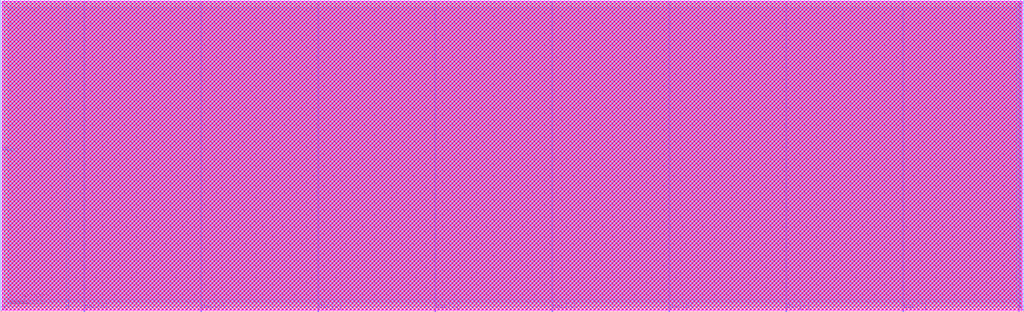
<source format=lef>
VERSION 5.8 ;
BUSBITCHARS "[]" ;
DIVIDERCHAR "/" ;

PROPERTYDEFINITIONS
  MACRO CatenaDesignType STRING ;
END PROPERTYDEFINITIONS

MACRO COMP_R2RV2_BIAS
  CLASS RING ;
  ORIGIN 0 0 ;
  FOREIGN COMP_R2RV2_BIAS 0 0 ;
  SIZE 37.66 BY 30.18 ;
  SYMMETRY X Y R90 ;
  PIN GND
    DIRECTION INOUT ;
    USE GROUND ;
    SHAPE RING ;
    PORT
      LAYER ME4 ;
        RECT 2.9 25.87 34.76 28.18 ;
        RECT 32.76 2 34.76 28.18 ;
        RECT 2.9 2 34.76 4.31 ;
        RECT 22.72 25.06 23.37 28.18 ;
        RECT 7.41 25.1 7.79 28.18 ;
        RECT 2.9 9.83 5.67 10.81 ;
        RECT 2.9 2 4.9 28.18 ;
    END
  END GND
  PIN VDD
    DIRECTION INOUT ;
    USE POWER ;
    SHAPE RING ;
    PORT
      LAYER ME3 ;
        RECT 0.9 28.18 36.76 30.18 ;
        RECT 34.76 0 36.76 30.18 ;
        RECT 31.1 24.06 36.76 24.44 ;
        RECT 0.9 0 36.76 2 ;
        RECT 31.42 0 31.92 5.33 ;
        RECT 0.9 5.13 7.29 5.63 ;
        RECT 0.9 19.12 5.58 20.12 ;
        RECT 0.9 0 2.9 30.18 ;
    END
  END VDD
  PIN VREF
    DIRECTION INPUT ;
    USE SIGNAL ;
    PORT
      LAYER ME2 ;
        RECT 0 12.8 0.59 13.39 ;
    END
  END VREF
  PIN VOUT
    DIRECTION OUTPUT ;
    USE SIGNAL ;
    PORT
      LAYER ME2 ;
        RECT 37.16 14.22 37.66 14.72 ;
    END
  END VOUT
  PIN VIN2
    DIRECTION INPUT ;
    USE SIGNAL ;
    PORT
      LAYER ME2 ;
        RECT 0 13.89 0.55 14.44 ;
    END
  END VIN2
  PIN VIN1
    DIRECTION INPUT ;
    USE SIGNAL ;
    PORT
      LAYER ME2 ;
        RECT 0 14.74 0.55 15.29 ;
    END
  END VIN1
  OBS
    LAYER ME1 ;
      RECT 30.83 14.22 37.66 14.72 ;
    LAYER ME1 SPACING 0.09 ;
      RECT 1 1 36.66 29.18 ;
      RECT 1 14.22 37.66 14.72 ;
      RECT 0 12.86 0.5 13.36 ;
      RECT 0 13.91 0.5 14.41 ;
      RECT 0 14.76 0.5 15.26 ;
    LAYER VI1 SPACING 0.1 ;
      RECT 37.48 14.32 37.58 14.42 ;
      RECT 37.48 14.52 37.58 14.62 ;
      RECT 37.24 14.32 37.34 14.42 ;
      RECT 37.24 14.52 37.34 14.62 ;
      RECT 1 1 36.66 29.18 ;
      RECT 0.32 12.96 0.42 13.06 ;
      RECT 0.32 13.16 0.42 13.26 ;
      RECT 0.32 14.01 0.42 14.11 ;
      RECT 0.32 14.21 0.42 14.31 ;
      RECT 0.32 14.86 0.42 14.96 ;
      RECT 0.32 15.06 0.42 15.16 ;
      RECT 0.08 12.96 0.18 13.06 ;
      RECT 0.08 13.16 0.18 13.26 ;
      RECT 0.08 14.01 0.18 14.11 ;
      RECT 0.08 14.21 0.18 14.31 ;
      RECT 0.08 14.86 0.18 14.96 ;
      RECT 0.08 15.06 0.18 15.16 ;
    LAYER ME2 ;
      RECT 0.85 13.89 5.79 14.44 ;
      RECT 0.85 14.74 5.79 15.29 ;
      RECT 0.89 12.8 0.9 13.39 ;
    LAYER ME2 SPACING 0.1 ;
      RECT 1 1 36.66 29.18 ;
      RECT 0.73 14.74 36.66 15.29 ;
      RECT 0.73 13.89 36.66 14.44 ;
      RECT 0.77 12.8 0.9 13.39 ;
    LAYER VI2 SPACING 0.1 ;
      RECT 37.48 14.32 37.58 14.42 ;
      RECT 37.48 14.52 37.58 14.62 ;
      RECT 37.24 14.32 37.34 14.42 ;
      RECT 37.24 14.52 37.34 14.62 ;
      RECT 1 1 36.66 29.18 ;
      RECT 0.32 12.96 0.42 13.06 ;
      RECT 0.32 13.16 0.42 13.26 ;
      RECT 0.32 14.01 0.42 14.11 ;
      RECT 0.32 14.21 0.42 14.31 ;
      RECT 0.32 14.86 0.42 14.96 ;
      RECT 0.32 15.06 0.42 15.16 ;
      RECT 0.08 12.96 0.18 13.06 ;
      RECT 0.08 13.16 0.18 13.26 ;
      RECT 0.08 14.01 0.18 14.11 ;
      RECT 0.08 14.21 0.18 14.31 ;
      RECT 0.08 14.86 0.18 14.96 ;
      RECT 0.08 15.06 0.18 15.16 ;
    LAYER ME3 SPACING 0.1 ;
      RECT 3.08 24.62 34.58 28 ;
      RECT 3.08 20.3 30.92 28 ;
      RECT 32.1 2.18 34.58 23.88 ;
      RECT 5.76 5.81 34.58 23.88 ;
      RECT 7.47 5.51 34.58 23.88 ;
      RECT 3.08 5.81 34.58 18.94 ;
      RECT 7.47 2.18 31.24 23.88 ;
      RECT 3.08 2.18 31.24 4.95 ;
      RECT 37.16 14.22 37.66 14.72 ;
      RECT 0 12.86 0.5 13.36 ;
      RECT 0 13.91 0.5 14.41 ;
      RECT 0 14.76 0.5 15.26 ;
    LAYER VI3 SPACING 0.1 ;
      RECT 37.48 14.32 37.58 14.42 ;
      RECT 37.48 14.52 37.58 14.62 ;
      RECT 37.24 14.32 37.34 14.42 ;
      RECT 37.24 14.52 37.34 14.62 ;
      RECT 1 1 36.66 29.18 ;
      RECT 0.32 12.96 0.42 13.06 ;
      RECT 0.32 13.16 0.42 13.26 ;
      RECT 0.32 14.01 0.42 14.11 ;
      RECT 0.32 14.21 0.42 14.31 ;
      RECT 0.32 14.86 0.42 14.96 ;
      RECT 0.32 15.06 0.42 15.16 ;
      RECT 0.08 12.96 0.18 13.06 ;
      RECT 0.08 13.16 0.18 13.26 ;
      RECT 0.08 14.01 0.18 14.11 ;
      RECT 0.08 14.21 0.18 14.31 ;
      RECT 0.08 14.86 0.18 14.96 ;
      RECT 0.08 15.06 0.18 15.16 ;
    LAYER ME4 SPACING 0.1 ;
      RECT 23.55 24.62 32.58 25.69 ;
      RECT 7.97 4.49 22.54 25.69 ;
      RECT 5.08 20.3 7.23 25.69 ;
      RECT 5.08 20.3 22.54 24.92 ;
      RECT 7.47 4.49 30.92 24.88 ;
      RECT 32.1 4.49 32.58 23.88 ;
      RECT 5.76 10.99 32.58 23.88 ;
      RECT 7.47 5.51 32.58 23.88 ;
      RECT 5.08 10.99 32.58 18.94 ;
      RECT 5.85 5.81 32.58 23.88 ;
      RECT 5.08 5.81 32.58 9.65 ;
      RECT 7.47 4.49 31.24 23.88 ;
      RECT 5.08 4.49 31.24 4.95 ;
      RECT 37.16 14.22 37.66 14.72 ;
      RECT 0 12.86 0.5 13.36 ;
      RECT 0 13.91 0.5 14.41 ;
      RECT 0 14.76 0.5 15.26 ;
  END
  PROPERTY CatenaDesignType "deviceLevel" ;
END COMP_R2RV2_BIAS

MACRO DACR2R_8BITV1_PWRRING
  CLASS RING ;
  ORIGIN 0 0 ;
  FOREIGN DACR2R_8BITV1_PWRRING 0 0 ;
  SIZE 601.85 BY 183.81 ;
  SYMMETRY X Y R90 ;
  PIN dac[0]
    DIRECTION INPUT ;
    USE SIGNAL ;
    PORT
      LAYER ME2 ;
        RECT 48.8 0 49.4 0.6 ;
    END
  END dac[0]
  PIN dac[1]
    DIRECTION INPUT ;
    USE SIGNAL ;
    PORT
      LAYER ME2 ;
        RECT 117.6 0 118.2 0.6 ;
    END
  END dac[1]
  PIN dac[2]
    DIRECTION INPUT ;
    USE SIGNAL ;
    PORT
      LAYER ME2 ;
        RECT 186.5 0 187.1 0.6 ;
    END
  END dac[2]
  PIN dac[3]
    DIRECTION INPUT ;
    USE SIGNAL ;
    PORT
      LAYER ME2 ;
        RECT 255.4 0 256 0.6 ;
    END
  END dac[3]
  PIN dac[4]
    DIRECTION INPUT ;
    USE SIGNAL ;
    PORT
      LAYER ME2 ;
        RECT 324.1 0 324.7 0.6 ;
    END
  END dac[4]
  PIN dac[5]
    DIRECTION INPUT ;
    USE SIGNAL ;
    PORT
      LAYER ME2 ;
        RECT 393 0 393.6 0.6 ;
    END
  END dac[5]
  PIN dac[6]
    DIRECTION INPUT ;
    USE SIGNAL ;
    PORT
      LAYER ME2 ;
        RECT 461.7 0 462.3 0.6 ;
    END
  END dac[6]
  PIN dac[7]
    DIRECTION INPUT ;
    USE SIGNAL ;
    PORT
      LAYER ME2 ;
        RECT 530.6 0 531.2 0.6 ;
    END
  END dac[7]
  PIN dacout
    DIRECTION OUTPUT ;
    USE SIGNAL ;
    PORT
      LAYER ME2 ;
        RECT 598.66 0 599.16 0.5 ;
    END
  END dacout
  PIN VDD
    DIRECTION INOUT ;
    USE POWER ;
    SHAPE RING ;
    PORT
      LAYER ME3 ;
        RECT 0 181.81 601.85 183.81 ;
        RECT 599.85 0.9 601.85 183.81 ;
        RECT 0 0.9 601.85 2.9 ;
        RECT 38.6 0.9 39.71 6.9 ;
        RECT 0 0.9 2 183.81 ;
    END
  END VDD
  PIN GND
    DIRECTION INOUT ;
    USE GROUND ;
    SHAPE RING ;
    PORT
      LAYER ME4 ;
        RECT 2 179.5 599.85 181.81 ;
        RECT 597.85 2.9 599.85 181.81 ;
        RECT 2 2.9 599.85 5.21 ;
        RECT 2 2.9 4 181.81 ;
    END
  END GND
  OBS
    LAYER ME1 SPACING 0.09 ;
      RECT 1 1 600.85 182.81 ;
      RECT 598.66 0 599.16 0.5 ;
      RECT 530.61 0 531.11 0.5 ;
      RECT 461.78 0 462.28 0.5 ;
      RECT 393.05 0 393.55 0.5 ;
      RECT 324.12 0 324.62 0.5 ;
      RECT 255.49 0 255.99 0.5 ;
      RECT 186.56 0 187.06 0.5 ;
      RECT 117.63 0 118.13 0.5 ;
      RECT 48.84 0 49.34 0.5 ;
    LAYER VI1 SPACING 0.1 ;
      RECT 1 1 600.85 182.81 ;
      RECT 598.98 0.1 599.08 0.2 ;
      RECT 598.98 0.3 599.08 0.4 ;
      RECT 598.74 0.1 598.84 0.2 ;
      RECT 598.74 0.3 598.84 0.4 ;
      RECT 530.93 0.1 531.03 0.2 ;
      RECT 530.93 0.3 531.03 0.4 ;
      RECT 530.69 0.1 530.79 0.2 ;
      RECT 530.69 0.3 530.79 0.4 ;
      RECT 462.1 0.1 462.2 0.2 ;
      RECT 462.1 0.3 462.2 0.4 ;
      RECT 461.86 0.1 461.96 0.2 ;
      RECT 461.86 0.3 461.96 0.4 ;
      RECT 393.37 0.1 393.47 0.2 ;
      RECT 393.37 0.3 393.47 0.4 ;
      RECT 393.13 0.1 393.23 0.2 ;
      RECT 393.13 0.3 393.23 0.4 ;
      RECT 324.44 0.1 324.54 0.2 ;
      RECT 324.44 0.3 324.54 0.4 ;
      RECT 324.2 0.1 324.3 0.2 ;
      RECT 324.2 0.3 324.3 0.4 ;
      RECT 255.81 0.1 255.91 0.2 ;
      RECT 255.81 0.3 255.91 0.4 ;
      RECT 255.57 0.1 255.67 0.2 ;
      RECT 255.57 0.3 255.67 0.4 ;
      RECT 186.88 0.1 186.98 0.2 ;
      RECT 186.88 0.3 186.98 0.4 ;
      RECT 186.64 0.1 186.74 0.2 ;
      RECT 186.64 0.3 186.74 0.4 ;
      RECT 117.95 0.1 118.05 0.2 ;
      RECT 117.95 0.3 118.05 0.4 ;
      RECT 117.71 0.1 117.81 0.2 ;
      RECT 117.71 0.3 117.81 0.4 ;
      RECT 49.16 0.1 49.26 0.2 ;
      RECT 49.16 0.3 49.26 0.4 ;
      RECT 48.92 0.1 49.02 0.2 ;
      RECT 48.92 0.3 49.02 0.4 ;
    LAYER ME2 ;
      RECT 598.69 0.8 599.14 11.53 ;
      RECT 530.6 0.9 531.2 5.1 ;
      RECT 461.7 0.9 462.3 5.1 ;
      RECT 393 0.9 393.6 5.1 ;
      RECT 324.1 0.9 324.7 5.1 ;
      RECT 255.4 0.9 256 5.1 ;
      RECT 186.5 0.9 187.1 5.1 ;
      RECT 117.6 0.9 118.2 5.1 ;
      RECT 48.8 0.9 49.4 5.1 ;
    LAYER ME2 SPACING 0.1 ;
      RECT 1 1 600.85 182.81 ;
      RECT 598.69 0.68 599.14 182.81 ;
      RECT 530.6 0.78 531.2 182.81 ;
      RECT 461.7 0.78 462.3 182.81 ;
      RECT 393 0.78 393.6 182.81 ;
      RECT 324.1 0.78 324.7 182.81 ;
      RECT 255.4 0.78 256 182.81 ;
      RECT 186.5 0.78 187.1 182.81 ;
      RECT 117.6 0.78 118.2 182.81 ;
      RECT 48.8 0.78 49.4 182.81 ;
    LAYER VI2 SPACING 0.1 ;
      RECT 1 1 600.85 182.81 ;
      RECT 598.98 0.1 599.08 0.2 ;
      RECT 598.98 0.3 599.08 0.4 ;
      RECT 598.74 0.1 598.84 0.2 ;
      RECT 598.74 0.3 598.84 0.4 ;
      RECT 530.93 0.1 531.03 0.2 ;
      RECT 530.93 0.3 531.03 0.4 ;
      RECT 530.69 0.1 530.79 0.2 ;
      RECT 530.69 0.3 530.79 0.4 ;
      RECT 462.1 0.1 462.2 0.2 ;
      RECT 462.1 0.3 462.2 0.4 ;
      RECT 461.86 0.1 461.96 0.2 ;
      RECT 461.86 0.3 461.96 0.4 ;
      RECT 393.37 0.1 393.47 0.2 ;
      RECT 393.37 0.3 393.47 0.4 ;
      RECT 393.13 0.1 393.23 0.2 ;
      RECT 393.13 0.3 393.23 0.4 ;
      RECT 324.44 0.1 324.54 0.2 ;
      RECT 324.44 0.3 324.54 0.4 ;
      RECT 324.2 0.1 324.3 0.2 ;
      RECT 324.2 0.3 324.3 0.4 ;
      RECT 255.81 0.1 255.91 0.2 ;
      RECT 255.81 0.3 255.91 0.4 ;
      RECT 255.57 0.1 255.67 0.2 ;
      RECT 255.57 0.3 255.67 0.4 ;
      RECT 186.88 0.1 186.98 0.2 ;
      RECT 186.88 0.3 186.98 0.4 ;
      RECT 186.64 0.1 186.74 0.2 ;
      RECT 186.64 0.3 186.74 0.4 ;
      RECT 117.95 0.1 118.05 0.2 ;
      RECT 117.95 0.3 118.05 0.4 ;
      RECT 117.71 0.1 117.81 0.2 ;
      RECT 117.71 0.3 117.81 0.4 ;
      RECT 49.16 0.1 49.26 0.2 ;
      RECT 49.16 0.3 49.26 0.4 ;
      RECT 48.92 0.1 49.02 0.2 ;
      RECT 48.92 0.3 49.02 0.4 ;
    LAYER ME3 SPACING 0.1 ;
      RECT 2.18 7.08 599.67 181.63 ;
      RECT 39.89 3.08 599.67 181.63 ;
      RECT 2.18 3.08 38.42 181.63 ;
      RECT 598.66 0 599.16 0.5 ;
      RECT 530.61 0 531.11 0.5 ;
      RECT 461.78 0 462.28 0.5 ;
      RECT 393.05 0 393.55 0.5 ;
      RECT 324.12 0 324.62 0.5 ;
      RECT 255.49 0 255.99 0.5 ;
      RECT 186.56 0 187.06 0.5 ;
      RECT 117.63 0 118.13 0.5 ;
      RECT 48.84 0 49.34 0.5 ;
    LAYER VI3 SPACING 0.1 ;
      RECT 1 1 600.85 182.81 ;
      RECT 598.98 0.1 599.08 0.2 ;
      RECT 598.98 0.3 599.08 0.4 ;
      RECT 598.74 0.1 598.84 0.2 ;
      RECT 598.74 0.3 598.84 0.4 ;
      RECT 530.93 0.1 531.03 0.2 ;
      RECT 530.93 0.3 531.03 0.4 ;
      RECT 530.69 0.1 530.79 0.2 ;
      RECT 530.69 0.3 530.79 0.4 ;
      RECT 462.1 0.1 462.2 0.2 ;
      RECT 462.1 0.3 462.2 0.4 ;
      RECT 461.86 0.1 461.96 0.2 ;
      RECT 461.86 0.3 461.96 0.4 ;
      RECT 393.37 0.1 393.47 0.2 ;
      RECT 393.37 0.3 393.47 0.4 ;
      RECT 393.13 0.1 393.23 0.2 ;
      RECT 393.13 0.3 393.23 0.4 ;
      RECT 324.44 0.1 324.54 0.2 ;
      RECT 324.44 0.3 324.54 0.4 ;
      RECT 324.2 0.1 324.3 0.2 ;
      RECT 324.2 0.3 324.3 0.4 ;
      RECT 255.81 0.1 255.91 0.2 ;
      RECT 255.81 0.3 255.91 0.4 ;
      RECT 255.57 0.1 255.67 0.2 ;
      RECT 255.57 0.3 255.67 0.4 ;
      RECT 186.88 0.1 186.98 0.2 ;
      RECT 186.88 0.3 186.98 0.4 ;
      RECT 186.64 0.1 186.74 0.2 ;
      RECT 186.64 0.3 186.74 0.4 ;
      RECT 117.95 0.1 118.05 0.2 ;
      RECT 117.95 0.3 118.05 0.4 ;
      RECT 117.71 0.1 117.81 0.2 ;
      RECT 117.71 0.3 117.81 0.4 ;
      RECT 49.16 0.1 49.26 0.2 ;
      RECT 49.16 0.3 49.26 0.4 ;
      RECT 48.92 0.1 49.02 0.2 ;
      RECT 48.92 0.3 49.02 0.4 ;
    LAYER ME4 SPACING 0.1 ;
      RECT 4.18 7.08 597.67 179.32 ;
      RECT 39.89 5.39 597.67 179.32 ;
      RECT 4.18 5.39 38.42 179.32 ;
      RECT 598.66 0 599.16 0.5 ;
      RECT 530.61 0 531.11 0.5 ;
      RECT 461.78 0 462.28 0.5 ;
      RECT 393.05 0 393.55 0.5 ;
      RECT 324.12 0 324.62 0.5 ;
      RECT 255.49 0 255.99 0.5 ;
      RECT 186.56 0 187.06 0.5 ;
      RECT 117.63 0 118.13 0.5 ;
      RECT 48.84 0 49.34 0.5 ;
  END
  PROPERTY CatenaDesignType "chipAssembly" ;
END DACR2R_8BITV1_PWRRING

MACRO OSC_RINGTOPV1_NOVAR
  CLASS RING ;
  ORIGIN 0 0 ;
  FOREIGN OSC_RINGTOPV1_NOVAR 0 0 ;
  SIZE 102 BY 39.9 ;
  SYMMETRY X Y R90 ;
  PIN GND
    DIRECTION INOUT ;
    USE GROUND ;
    SHAPE RING ;
    PORT
      LAYER ME4 ;
        RECT 2 35.59 100 37.9 ;
        RECT 98 2.9 100 37.9 ;
        RECT 2 2.9 100 5.21 ;
        RECT 2 2.9 4 37.9 ;
    END
  END GND
  PIN VDD
    DIRECTION INOUT ;
    USE POWER ;
    SHAPE RING ;
    PORT
      LAYER ME3 ;
        RECT 0 37.9 102 39.9 ;
        RECT 100 0.65 102 39.9 ;
        RECT 0.01 0.65 102 2.65 ;
        RECT 0 0.9 2 39.9 ;
    END
  END VDD
  PIN EN
    DIRECTION INPUT ;
    USE SIGNAL ;
    PORT
      LAYER ME2 ;
        RECT 82.04 0 82.54 0.5 ;
    END
  END EN
  PIN CKOUT
    DIRECTION OUTPUT ;
    USE SIGNAL ;
    PORT
      LAYER ME1 ;
        RECT 91.66 0 92.16 0.5 ;
    END
  END CKOUT
  OBS
    LAYER ME1 ;
      RECT 91.8 0.8 92.01 9.31 ;
      RECT 80.78 18.94 81.28 39.9 ;
      RECT 62.52 33.65 63.79 39.89 ;
      RECT 58.46 31.98 59.05 39.9 ;
      RECT 0 5.61 4.73 5.88 ;
      RECT 0 10.34 4.73 10.61 ;
    LAYER ME1 SPACING 0.09 ;
      RECT 80.78 1 81.28 39.9 ;
      RECT 58.46 1 59.05 39.9 ;
      RECT 62.52 1 63.79 39.89 ;
      RECT 1 1 101 38.9 ;
      RECT 0 10.34 101 10.61 ;
      RECT 0 5.61 101 5.88 ;
      RECT 91.8 0.67 92.01 38.9 ;
      RECT 82.04 0 82.54 0.5 ;
    LAYER VI1 SPACING 0.1 ;
      RECT 81.1 1 81.2 39.05 ;
      RECT 80.86 1 80.96 39.05 ;
      RECT 58.915 1 59.015 38.95 ;
      RECT 58.705 1 58.805 38.95 ;
      RECT 58.495 1 58.595 38.95 ;
      RECT 63.63 1 63.73 38.945 ;
      RECT 63.42 1 63.52 38.945 ;
      RECT 63.21 1 63.31 38.945 ;
      RECT 63 1 63.1 38.945 ;
      RECT 62.79 1 62.89 38.945 ;
      RECT 62.58 1 62.68 38.945 ;
      RECT 1 1 101 38.9 ;
      RECT 0.85 10.42 101 10.52 ;
      RECT 0.85 5.69 101 5.79 ;
      RECT 91.98 0.1 92.08 0.2 ;
      RECT 91.98 0.3 92.08 0.4 ;
      RECT 91.74 0.1 91.84 0.2 ;
      RECT 91.74 0.3 91.84 0.4 ;
      RECT 82.36 0.1 82.46 0.2 ;
      RECT 82.36 0.3 82.46 0.4 ;
      RECT 82.12 0.1 82.22 0.2 ;
      RECT 82.12 0.3 82.22 0.4 ;
      RECT 81.1 39.15 81.2 39.25 ;
      RECT 81.1 39.35 81.2 39.45 ;
      RECT 81.1 39.55 81.2 39.65 ;
      RECT 81.1 39.75 81.2 39.85 ;
      RECT 80.86 39.15 80.96 39.25 ;
      RECT 80.86 39.35 80.96 39.45 ;
      RECT 80.86 39.55 80.96 39.65 ;
      RECT 80.86 39.75 80.96 39.85 ;
      RECT 63.63 39.055 63.73 39.155 ;
      RECT 63.63 39.265 63.73 39.365 ;
      RECT 63.63 39.475 63.73 39.575 ;
      RECT 63.63 39.685 63.73 39.785 ;
      RECT 63.42 39.055 63.52 39.155 ;
      RECT 63.42 39.265 63.52 39.365 ;
      RECT 63.42 39.475 63.52 39.575 ;
      RECT 63.42 39.685 63.52 39.785 ;
      RECT 63.21 39.055 63.31 39.155 ;
      RECT 63.21 39.265 63.31 39.365 ;
      RECT 63.21 39.475 63.31 39.575 ;
      RECT 63.21 39.685 63.31 39.785 ;
      RECT 63 39.055 63.1 39.155 ;
      RECT 63 39.265 63.1 39.365 ;
      RECT 63 39.475 63.1 39.575 ;
      RECT 63 39.685 63.1 39.785 ;
      RECT 62.79 39.055 62.89 39.155 ;
      RECT 62.79 39.265 62.89 39.365 ;
      RECT 62.79 39.475 62.89 39.575 ;
      RECT 62.79 39.685 62.89 39.785 ;
      RECT 62.58 39.055 62.68 39.155 ;
      RECT 62.58 39.265 62.68 39.365 ;
      RECT 62.58 39.475 62.68 39.575 ;
      RECT 62.58 39.685 62.68 39.785 ;
      RECT 58.915 39.06 59.015 39.16 ;
      RECT 58.915 39.27 59.015 39.37 ;
      RECT 58.915 39.48 59.015 39.58 ;
      RECT 58.915 39.69 59.015 39.79 ;
      RECT 58.705 39.06 58.805 39.16 ;
      RECT 58.705 39.27 58.805 39.37 ;
      RECT 58.705 39.48 58.805 39.58 ;
      RECT 58.705 39.69 58.805 39.79 ;
      RECT 58.495 39.06 58.595 39.16 ;
      RECT 58.495 39.27 58.595 39.37 ;
      RECT 58.495 39.48 58.595 39.58 ;
      RECT 58.495 39.69 58.595 39.79 ;
    LAYER ME2 ;
      RECT 89.37 33.76 90.37 39.9 ;
      RECT 82.2 0.8 82.4 6.92 ;
      RECT 80.78 37.9 81.28 39.9 ;
      RECT 62.52 37.9 63.79 39.89 ;
      RECT 58.46 37.9 59.05 39.9 ;
      RECT 0.82 5.66 1.18 5.82 ;
      RECT 0.82 10.39 1.18 10.55 ;
    LAYER ME2 SPACING 0.1 ;
      RECT 89.37 1 90.37 39.9 ;
      RECT 80.78 1 81.28 39.9 ;
      RECT 58.46 1 59.05 39.9 ;
      RECT 62.52 1 63.79 39.89 ;
      RECT 1 1 101 38.9 ;
      RECT 0.82 10.39 101 10.55 ;
      RECT 0.82 5.66 101 5.82 ;
      RECT 82.2 0.68 82.4 38.9 ;
      RECT 91.66 0 92.16 0.5 ;
    LAYER VI2 SPACING 0.1 ;
      RECT 81.1 1 81.2 39.05 ;
      RECT 80.86 1 80.96 39.05 ;
      RECT 90.24 1 90.34 38.95 ;
      RECT 90.03 1 90.13 38.95 ;
      RECT 89.82 1 89.92 38.95 ;
      RECT 89.61 1 89.71 38.95 ;
      RECT 89.4 1 89.5 38.95 ;
      RECT 58.915 1 59.015 38.95 ;
      RECT 58.705 1 58.805 38.95 ;
      RECT 58.495 1 58.595 38.95 ;
      RECT 63.63 1 63.73 38.945 ;
      RECT 63.42 1 63.52 38.945 ;
      RECT 63.21 1 63.31 38.945 ;
      RECT 63 1 63.1 38.945 ;
      RECT 62.79 1 62.89 38.945 ;
      RECT 62.58 1 62.68 38.945 ;
      RECT 1 1 101 38.9 ;
      RECT 0.85 10.42 101 10.52 ;
      RECT 0.85 5.69 101 5.79 ;
      RECT 91.98 0.1 92.08 0.2 ;
      RECT 91.98 0.3 92.08 0.4 ;
      RECT 91.74 0.1 91.84 0.2 ;
      RECT 91.74 0.3 91.84 0.4 ;
      RECT 90.24 39.06 90.34 39.16 ;
      RECT 90.24 39.27 90.34 39.37 ;
      RECT 90.24 39.48 90.34 39.58 ;
      RECT 90.24 39.69 90.34 39.79 ;
      RECT 90.03 39.06 90.13 39.16 ;
      RECT 90.03 39.27 90.13 39.37 ;
      RECT 90.03 39.48 90.13 39.58 ;
      RECT 90.03 39.69 90.13 39.79 ;
      RECT 89.82 39.06 89.92 39.16 ;
      RECT 89.82 39.27 89.92 39.37 ;
      RECT 89.82 39.48 89.92 39.58 ;
      RECT 89.82 39.69 89.92 39.79 ;
      RECT 89.61 39.06 89.71 39.16 ;
      RECT 89.61 39.27 89.71 39.37 ;
      RECT 89.61 39.48 89.71 39.58 ;
      RECT 89.61 39.69 89.71 39.79 ;
      RECT 89.4 39.06 89.5 39.16 ;
      RECT 89.4 39.27 89.5 39.37 ;
      RECT 89.4 39.48 89.5 39.58 ;
      RECT 89.4 39.69 89.5 39.79 ;
      RECT 82.36 0.1 82.46 0.2 ;
      RECT 82.36 0.3 82.46 0.4 ;
      RECT 82.12 0.1 82.22 0.2 ;
      RECT 82.12 0.3 82.22 0.4 ;
      RECT 81.1 39.15 81.2 39.25 ;
      RECT 81.1 39.35 81.2 39.45 ;
      RECT 81.1 39.55 81.2 39.65 ;
      RECT 81.1 39.75 81.2 39.85 ;
      RECT 80.86 39.15 80.96 39.25 ;
      RECT 80.86 39.35 80.96 39.45 ;
      RECT 80.86 39.55 80.96 39.65 ;
      RECT 80.86 39.75 80.96 39.85 ;
      RECT 63.63 39.055 63.73 39.155 ;
      RECT 63.63 39.265 63.73 39.365 ;
      RECT 63.63 39.475 63.73 39.575 ;
      RECT 63.63 39.685 63.73 39.785 ;
      RECT 63.42 39.055 63.52 39.155 ;
      RECT 63.42 39.265 63.52 39.365 ;
      RECT 63.42 39.475 63.52 39.575 ;
      RECT 63.42 39.685 63.52 39.785 ;
      RECT 63.21 39.055 63.31 39.155 ;
      RECT 63.21 39.265 63.31 39.365 ;
      RECT 63.21 39.475 63.31 39.575 ;
      RECT 63.21 39.685 63.31 39.785 ;
      RECT 63 39.055 63.1 39.155 ;
      RECT 63 39.265 63.1 39.365 ;
      RECT 63 39.475 63.1 39.575 ;
      RECT 63 39.685 63.1 39.785 ;
      RECT 62.79 39.055 62.89 39.155 ;
      RECT 62.79 39.265 62.89 39.365 ;
      RECT 62.79 39.475 62.89 39.575 ;
      RECT 62.79 39.685 62.89 39.785 ;
      RECT 62.58 39.055 62.68 39.155 ;
      RECT 62.58 39.265 62.68 39.365 ;
      RECT 62.58 39.475 62.68 39.575 ;
      RECT 62.58 39.685 62.68 39.785 ;
      RECT 58.915 39.06 59.015 39.16 ;
      RECT 58.915 39.27 59.015 39.37 ;
      RECT 58.915 39.48 59.015 39.58 ;
      RECT 58.915 39.69 59.015 39.79 ;
      RECT 58.705 39.06 58.805 39.16 ;
      RECT 58.705 39.27 58.805 39.37 ;
      RECT 58.705 39.48 58.805 39.58 ;
      RECT 58.705 39.69 58.805 39.79 ;
      RECT 58.495 39.06 58.595 39.16 ;
      RECT 58.495 39.27 58.595 39.37 ;
      RECT 58.495 39.48 58.595 39.58 ;
      RECT 58.495 39.69 58.595 39.79 ;
    LAYER ME3 ;
      RECT 88.19 35.59 89.19 37.74 ;
      RECT 81.45 35.59 82.55 37.74 ;
      RECT 57.86 35.59 58.26 37.8 ;
    LAYER ME3 SPACING 0.1 ;
      RECT 57.86 2.83 58.26 37.8 ;
      RECT 88.19 2.83 89.19 37.74 ;
      RECT 81.45 2.83 82.55 37.74 ;
      RECT 2.18 2.83 99.82 37.72 ;
      RECT 91.66 0 92.16 0.5 ;
      RECT 82.04 0 82.54 0.5 ;
    LAYER VI3 SPACING 0.1 ;
      RECT 1 1 101 38.9 ;
      RECT 91.98 0.1 92.08 0.2 ;
      RECT 91.98 0.3 92.08 0.4 ;
      RECT 91.74 0.1 91.84 0.2 ;
      RECT 91.74 0.3 91.84 0.4 ;
      RECT 82.36 0.1 82.46 0.2 ;
      RECT 82.36 0.3 82.46 0.4 ;
      RECT 82.12 0.1 82.22 0.2 ;
      RECT 82.12 0.3 82.22 0.4 ;
    LAYER ME4 SPACING 0.1 ;
      RECT 4.18 5.39 97.82 35.41 ;
      RECT 91.66 0 92.16 0.5 ;
      RECT 82.04 0 82.54 0.5 ;
  END
  PROPERTY CatenaDesignType "deviceLevel" ;
END OSC_RINGTOPV1_NOVAR

END LIBRARY

</source>
